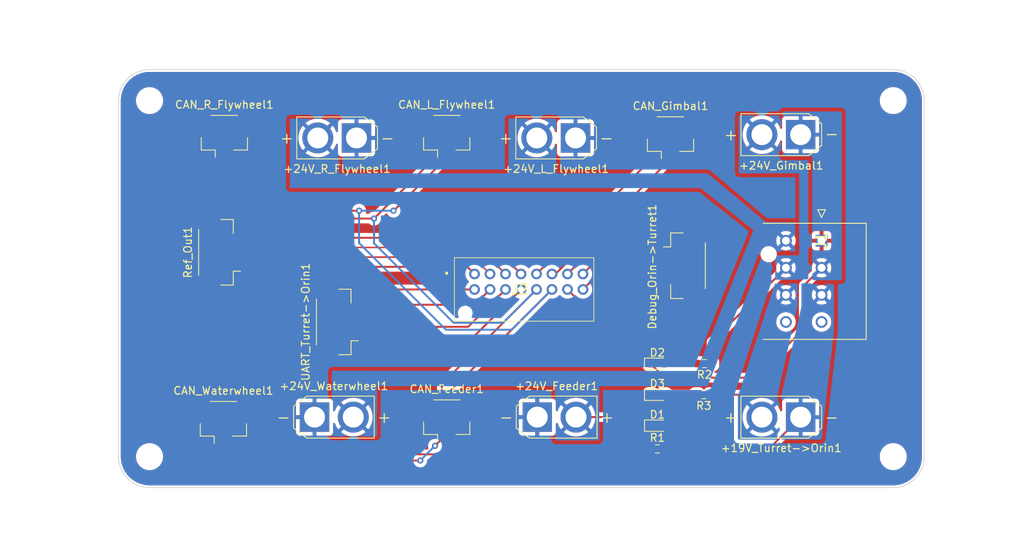
<source format=kicad_pcb>
(kicad_pcb (version 20241229) (generator "pcbnew") (generator_version "9.0")
  (layers (0 "F.Cu" signal) (2 "B.Cu" signal) (13 "F.Paste" user) (15 "B.Paste" user) (5 "F.SilkS" user "F.Silkscreen") (7 "B.SilkS" user "B.Silkscreen") (1 "F.Mask" user) (3 "B.Mask" user) (25 "Edge.Cuts" user))
  (net 0 "")
  (net 1 "/CANH")
  (net 2 "/CANL")
  (net 3 "/UART_TX")
  (net 4 "/UART_RX")
  (net 5 "/Orin_PWR_GND")
  (net 6 "/Shooter_PWR_GND")
  (net 7 "/+24V_Shooter")
  (net 8 "/+24V_Gimbal")
  (net 9 "/+19V")
  (net 10 "/Ref_PWR")
  (net 11 "/Gimbal_PWR_GND")
  (net 12 "/UART_GND")
  (net 13 "/UART_3V3")
  (net 14 "/SWD_GND")
  (net 15 "/SWD_3V3")
  (net 16 "/CANGim_L")
  (net 17 "/CANGim_H")
  (net 18 "/Ref_GND")
  (net 19 "/SWD_SWDIO")
  (net 20 "/SWD_SWCLK")
  (net 21 "Net-(D1-A)")
  (net 22 "Net-(D2-A)")
  (net 23 "Net-(D3-A)")
  (net 26 "/Ref_CAN-")
  (net 27 "/Ref_CAN+")
  (footprint "Connector_JST:JST_GH_BM02B-GHS-TBT_1x02-1MP_P1.25mm_Vertical" (layer "F.Cu") (at 82.814 79.378)
    (property "Reference" "CAN_Feeder1" (at 0 -4 0) (layer "F.SilkS"))
    (property "Value" "Conn_01x02_Pin")
    (fp_line (start -2.985 0.26) (end -2.985 1.86) (stroke (width 0.12)) (layer "F.SilkS"))
    (fp_line (start -2.985 1.86) (end -1.185 1.86) (stroke (width 0.12)) (layer "F.SilkS"))
    (fp_line (start -1.715 -2.61) (end 1.715 -2.61) (stroke (width 0.12)) (layer "F.SilkS"))
    (fp_line (start -1.185 1.86) (end -1.185 2.8) (stroke (width 0.12)) (layer "F.SilkS"))
    (fp_line (start 2.985 0.26) (end 2.985 1.86) (stroke (width 0.12)) (layer "F.SilkS"))
    (fp_line (start 2.985 1.86) (end 1.185 1.86) (stroke (width 0.12)) (layer "F.SilkS"))
    (pad "1" smd roundrect (at -0.625 1.95) (size 0.6 1.7) (layers "F.Cu" "F.Mask" "F.Paste") (net 2 "/CANL"))
    (pad "2" smd roundrect (at 0.625 1.95) (size 0.6 1.7) (layers "F.Cu" "F.Mask" "F.Paste") (net 1 "/CANH"))
    (pad "MP" smd roundrect (at -2.475 -1.4) (size 1 2.8) (layers "F.Cu" "F.Mask" "F.Paste"))
    (pad "MP" smd roundrect (at 2.475 -1.4) (size 1 2.8) (layers "F.Cu" "F.Mask" "F.Paste"))
  )
  (footprint "Robomaster_Connectors:172298-YY08" (layer "F.Cu") (at 131.2 56.200001 -90)
    (property "Reference" "J1" (at 0 0 270) (layer "F.SilkS") (effects (font (size 1.27 1.27) (thickness 0.254))))
    (property "Value" "172298-1108" (hide yes))
    (fp_line (start -2.25 7.555) (end -2.25 -5.755) (stroke (width 0.127)) (layer "F.SilkS"))
    (fp_line (start -4 0.5) (end -4 -0.5) (stroke (width 0.127)) (layer "F.SilkS"))
    (fp_line (start -3 0) (end -4 0.5) (stroke (width 0.127)) (layer "F.SilkS"))
    (fp_line (start -4 -0.5) (end -3 0) (stroke (width 0.127)) (layer "F.SilkS"))
    (fp_line (start -2.25 -5.755) (end 12.75 -5.755) (stroke (width 0.127)) (layer "F.SilkS"))
    (fp_line (start 12.75 -5.755) (end 12.75 7.555) (stroke (width 0.127)) (layer "F.SilkS"))
    (pad "" np_thru_hole circle (at 1.75 6.83 270) (size 1.6 1.6) (drill 1.6) (layers "*.Cu" "*.Mask"))
    (pad "1" thru_hole rect (at 0 0 270) (size 1.52 1.52) (drill 1.02) (layers "*.Cu" "*.Mask") (net 6 "/Shooter_PWR_GND"))
    (pad "2" thru_hole circle (at 3.5 0 270) (size 1.52 1.52) (drill 1.02) (layers "*.Cu" "*.Mask") (net 11 "/Gimbal_PWR_GND"))
    (pad "3" thru_hole circle (at 7 0 270) (size 1.52 1.52) (drill 1.02) (layers "*.Cu" "*.Mask") (net 5 "/Orin_PWR_GND"))
    (pad "4" thru_hole circle (at 10.5 0 270) (size 1.52 1.52) (drill 1.02) (layers "*.Cu" "*.Mask"))
    (pad "5" thru_hole circle (at 0 4.6 270) (size 1.52 1.52) (drill 1.02) (layers "*.Cu" "*.Mask") (net 7 "/+24V_Shooter"))
    (pad "6" thru_hole circle (at 3.5 4.6 270) (size 1.52 1.52) (drill 1.02) (layers "*.Cu" "*.Mask") (net 8 "/+24V_Gimbal"))
    (pad "7" thru_hole circle (at 7 4.6 270) (size 1.52 1.52) (drill 1.02) (layers "*.Cu" "*.Mask") (net 9 "/+19V"))
    (pad "8" thru_hole circle (at 10.5 4.6 270) (size 1.52 1.52) (drill 1.02) (layers "*.Cu" "*.Mask"))
  )
  (footprint "LED_SMD:LED_0603_1608Metric_Pad1.05x0.95mm_HandSolder" (layer "F.Cu") (at 110 80.1)
    (property "Reference" "D1" (at 0 -1.43 0) (layer "F.SilkS"))
    (property "Value" "150060YS75000")
    (fp_line (start -1.66 -0.735) (end -1.66 0.735) (stroke (width 0.12)) (layer "F.SilkS"))
    (fp_line (start -1.66 0.735) (end 0.8 0.735) (stroke (width 0.12)) (layer "F.SilkS"))
    (fp_line (start 0.8 -0.735) (end -1.66 -0.735) (stroke (width 0.12)) (layer "F.SilkS"))
    (pad "1" smd roundrect (at -0.874999 0) (size 1.05 0.95) (layers "F.Cu" "F.Mask" "F.Paste") (net 6 "/Shooter_PWR_GND"))
    (pad "2" smd roundrect (at 0.874999 0) (size 1.05 0.95) (layers "F.Cu" "F.Mask" "F.Paste") (net 21 "Net-(D1-A)"))
  )
  (footprint "Connector_JST:JST_GH_BM02B-GHS-TBT_1x02-1MP_P1.25mm_Vertical" (layer "F.Cu") (at 111.698 42.802)
    (property "Reference" "CAN_Gimbal1" (at 0 -4 0) (layer "F.SilkS"))
    (property "Value" "Conn_01x02_Pin")
    (fp_line (start -2.985 0.26) (end -2.985 1.86) (stroke (width 0.12)) (layer "F.SilkS"))
    (fp_line (start -2.985 1.86) (end -1.185 1.86) (stroke (width 0.12)) (layer "F.SilkS"))
    (fp_line (start -1.715 -2.61) (end 1.715 -2.61) (stroke (width 0.12)) (layer "F.SilkS"))
    (fp_line (start -1.185 1.86) (end -1.185 2.8) (stroke (width 0.12)) (layer "F.SilkS"))
    (fp_line (start 2.985 0.26) (end 2.985 1.86) (stroke (width 0.12)) (layer "F.SilkS"))
    (fp_line (start 2.985 1.86) (end 1.185 1.86) (stroke (width 0.12)) (layer "F.SilkS"))
    (pad "1" smd roundrect (at -0.625 1.95) (size 0.6 1.7) (layers "F.Cu" "F.Mask" "F.Paste") (net 16 "/CANGim_L"))
    (pad "2" smd roundrect (at 0.625 1.95) (size 0.6 1.7) (layers "F.Cu" "F.Mask" "F.Paste") (net 17 "/CANGim_H"))
    (pad "MP" smd roundrect (at -2.475 -1.4) (size 1 2.8) (layers "F.Cu" "F.Mask" "F.Paste"))
    (pad "MP" smd roundrect (at 2.475 -1.4) (size 1 2.8) (layers "F.Cu" "F.Mask" "F.Paste"))
  )
  (footprint "LED_SMD:LED_0603_1608Metric_Pad1.05x0.95mm_HandSolder" (layer "F.Cu") (at 110 72.1)
    (property "Reference" "D2" (at 0 -1.43 0) (layer "F.SilkS"))
    (property "Value" "150060YS75000")
    (fp_line (start -1.66 -0.735) (end -1.66 0.735) (stroke (width 0.12)) (layer "F.SilkS"))
    (fp_line (start -1.66 0.735) (end 0.8 0.735) (stroke (width 0.12)) (layer "F.SilkS"))
    (fp_line (start 0.8 -0.735) (end -1.66 -0.735) (stroke (width 0.12)) (layer "F.SilkS"))
    (pad "1" smd roundrect (at -0.874999 0) (size 1.05 0.95) (layers "F.Cu" "F.Mask" "F.Paste") (net 11 "/Gimbal_PWR_GND"))
    (pad "2" smd roundrect (at 0.874999 0) (size 1.05 0.95) (layers "F.Cu" "F.Mask" "F.Paste") (net 22 "Net-(D2-A)"))
  )
  (footprint "Connector_AMASS:AMASS_XT30U-F_1x02_P5.0mm_Vertical" (layer "F.Cu") (at 71.167 42.926 180)
    (property "Reference" "+24V_R_Flywheel1" (at 2.5 -4 0) (layer "F.SilkS"))
    (property "Value" "Conn_01x02_Pin")
    (fp_line (start 7.71 -2.71) (end 7.71 2.71) (stroke (width 0.12)) (layer "F.SilkS"))
    (fp_line (start -1.01 2.71) (end 7.71 2.71) (stroke (width 0.12)) (layer "F.SilkS"))
    (fp_line (start -1.01 -2.71) (end 7.71 -2.71) (stroke (width 0.12)) (layer "F.SilkS"))
    (fp_line (start -2.71 1.41) (end -1.01 2.71) (stroke (width 0.12)) (layer "F.SilkS"))
    (fp_line (start -2.71 -1.41) (end -1.01 -2.71) (stroke (width 0.12)) (layer "F.SilkS"))
    (fp_line (start -2.71 -1.41) (end -2.71 1.41) (stroke (width 0.12)) (layer "F.SilkS"))
    (fp_text user "+" (at 9 0 0) (layer "F.SilkS") (effects (font (size 1.5 1.5))))
    (fp_text user "-" (at -4 0 0) (layer "F.SilkS") (effects (font (size 1.5 1.5))))
    (pad "1" thru_hole rect (at 0 0 180) (size 3.8 3.8) (drill 2.7) (layers "*.Cu" "*.Mask") (net 6 "/Shooter_PWR_GND"))
    (pad "2" thru_hole circle (at 5 0 180) (size 4 4) (drill 2.7) (layers "*.Cu" "*.Mask") (net 7 "/+24V_Shooter"))
  )
  (footprint "Connector_JST:JST_GH_BM04B-GHS-TBT_1x04-1MP_P1.25mm_Vertical" (layer "F.Cu") (at 113.583 59.436 -90)
    (property "Reference" "Debug_Orin->Turret1" (at 0.127 4.236 90) (layer "F.SilkS"))
    (property "Value" "Conn_01x04_Pin")
    (fp_line (start -4.235 1.86) (end -2.435 1.86) (stroke (width 0.12)) (layer "F.SilkS"))
    (fp_line (start -2.435 1.86) (end -2.435 2.8) (stroke (width 0.12)) (layer "F.SilkS"))
    (fp_line (start 4.235 1.86) (end 2.435 1.86) (stroke (width 0.12)) (layer "F.SilkS"))
    (fp_line (start -4.235 0.26) (end -4.235 1.86) (stroke (width 0.12)) (layer "F.SilkS"))
    (fp_line (start 4.235 0.26) (end 4.235 1.86) (stroke (width 0.12)) (layer "F.SilkS"))
    (fp_line (start -2.965 -2.61) (end 2.965 -2.61) (stroke (width 0.12)) (layer "F.SilkS"))
    (pad "1" smd roundrect (at -1.875 1.95 270) (size 0.6 1.7) (layers "F.Cu" "F.Mask" "F.Paste") (net 14 "/SWD_GND"))
    (pad "2" smd roundrect (at -0.625 1.95 270) (size 0.6 1.7) (layers "F.Cu" "F.Mask" "F.Paste") (net 19 "/SWD_SWDIO"))
    (pad "3" smd roundrect (at 0.625 1.95 270) (size 0.6 1.7) (layers "F.Cu" "F.Mask" "F.Paste") (net 20 "/SWD_SWCLK"))
    (pad "4" smd roundrect (at 1.875 1.95 270) (size 0.6 1.7) (layers "F.Cu" "F.Mask" "F.Paste") (net 15 "/SWD_3V3"))
    (pad "MP" smd roundrect (at -3.725 -1.4 270) (size 1 2.8) (layers "F.Cu" "F.Mask" "F.Paste"))
    (pad "MP" smd roundrect (at 3.725 -1.4 270) (size 1 2.8) (layers "F.Cu" "F.Mask" "F.Paste"))
  )
  (footprint "Connector_JST:JST_GH_BM02B-GHS-TBT_1x02-1MP_P1.25mm_Vertical" (layer "F.Cu") (at 54.112 42.627)
    (property "Reference" "CAN_R_Flywheel1" (at 0 -4 0) (layer "F.SilkS"))
    (property "Value" "Conn_01x02_Pin")
    (fp_line (start -2.985 0.26) (end -2.985 1.86) (stroke (width 0.12)) (layer "F.SilkS"))
    (fp_line (start -2.985 1.86) (end -1.185 1.86) (stroke (width 0.12)) (layer "F.SilkS"))
    (fp_line (start -1.715 -2.61) (end 1.715 -2.61) (stroke (width 0.12)) (layer "F.SilkS"))
    (fp_line (start -1.185 1.86) (end -1.185 2.8) (stroke (width 0.12)) (layer "F.SilkS"))
    (fp_line (start 2.985 0.26) (end 2.985 1.86) (stroke (width 0.12)) (layer "F.SilkS"))
    (fp_line (start 2.985 1.86) (end 1.185 1.86) (stroke (width 0.12)) (layer "F.SilkS"))
    (pad "1" smd roundrect (at -0.625 1.95) (size 0.6 1.7) (layers "F.Cu" "F.Mask" "F.Paste") (net 2 "/CANL"))
    (pad "2" smd roundrect (at 0.625 1.95) (size 0.6 1.7) (layers "F.Cu" "F.Mask" "F.Paste") (net 1 "/CANH"))
    (pad "MP" smd roundrect (at -2.475 -1.4) (size 1 2.8) (layers "F.Cu" "F.Mask" "F.Paste"))
    (pad "MP" smd roundrect (at 2.475 -1.4) (size 1 2.8) (layers "F.Cu" "F.Mask" "F.Paste"))
  )
  (footprint "LED_SMD:LED_0603_1608Metric_Pad1.05x0.95mm_HandSolder" (layer "F.Cu") (at 110 76.1)
    (property "Reference" "D3" (at 0 -1.43 0) (layer "F.SilkS"))
    (property "Value" "150060YS75000")
    (fp_line (start -1.66 -0.735) (end -1.66 0.735) (stroke (width 0.12)) (layer "F.SilkS"))
    (fp_line (start -1.66 0.735) (end 0.8 0.735) (stroke (width 0.12)) (layer "F.SilkS"))
    (fp_line (start 0.8 -0.735) (end -1.66 -0.735) (stroke (width 0.12)) (layer "F.SilkS"))
    (pad "1" smd roundrect (at -0.874999 0) (size 1.05 0.95) (layers "F.Cu" "F.Mask" "F.Paste") (net 5 "/Orin_PWR_GND"))
    (pad "2" smd roundrect (at 0.874999 0) (size 1.05 0.95) (layers "F.Cu" "F.Mask" "F.Paste") (net 23 "Net-(D3-A)"))
  )
  (footprint "MountingHole:MountingHole_3mm" (layer "F.Cu") (at 44.45 38.1 90)
    (property "Reference" "H1" (hide yes))
    (property "Value" "MountingHole" (hide yes))
    (pad "" np_thru_hole circle (at 0 0 90) (size 3 3) (drill 3) (layers "*.Cu" "*.Mask"))
  )
  (footprint "Connector_JST:JST_GH_BM02B-GHS-TBT_1x02-1MP_P1.25mm_Vertical" (layer "F.Cu") (at 53.985 79.584)
    (property "Reference" "CAN_Waterwheel1" (at 0 -4 0) (layer "F.SilkS"))
    (property "Value" "Conn_01x02_Pin")
    (fp_line (start -2.985 0.26) (end -2.985 1.86) (stroke (width 0.12)) (layer "F.SilkS"))
    (fp_line (start -2.985 1.86) (end -1.185 1.86) (stroke (width 0.12)) (layer "F.SilkS"))
    (fp_line (start -1.715 -2.61) (end 1.715 -2.61) (stroke (width 0.12)) (layer "F.SilkS"))
    (fp_line (start -1.185 1.86) (end -1.185 2.8) (stroke (width 0.12)) (layer "F.SilkS"))
    (fp_line (start 2.985 0.26) (end 2.985 1.86) (stroke (width 0.12)) (layer "F.SilkS"))
    (fp_line (start 2.985 1.86) (end 1.185 1.86) (stroke (width 0.12)) (layer "F.SilkS"))
    (pad "1" smd roundrect (at -0.625 1.95) (size 0.6 1.7) (layers "F.Cu" "F.Mask" "F.Paste") (net 2 "/CANL"))
    (pad "2" smd roundrect (at 0.625 1.95) (size 0.6 1.7) (layers "F.Cu" "F.Mask" "F.Paste") (net 1 "/CANH"))
    (pad "MP" smd roundrect (at -2.475 -1.4) (size 1 2.8) (layers "F.Cu" "F.Mask" "F.Paste"))
    (pad "MP" smd roundrect (at 2.475 -1.4) (size 1 2.8) (layers "F.Cu" "F.Mask" "F.Paste"))
  )
  (footprint "Connector_AMASS:AMASS_XT30U-F_1x02_P5.0mm_Vertical" (layer "F.Cu") (at 128.5 42.5 180)
    (property "Reference" "+24V_Gimbal1" (at 2.5 -4 0) (layer "F.SilkS"))
    (property "Value" "Conn_01x02_Pin")
    (fp_line (start 7.71 -2.71) (end 7.71 2.71) (stroke (width 0.12)) (layer "F.SilkS"))
    (fp_line (start -1.01 2.71) (end 7.71 2.71) (stroke (width 0.12)) (layer "F.SilkS"))
    (fp_line (start -1.01 -2.71) (end 7.71 -2.71) (stroke (width 0.12)) (layer "F.SilkS"))
    (fp_line (start -2.71 1.41) (end -1.01 2.71) (stroke (width 0.12)) (layer "F.SilkS"))
    (fp_line (start -2.71 -1.41) (end -1.01 -2.71) (stroke (width 0.12)) (layer "F.SilkS"))
    (fp_line (start -2.71 -1.41) (end -2.71 1.41) (stroke (width 0.12)) (layer "F.SilkS"))
    (fp_text user "+" (at 9 0 0) (layer "F.SilkS") (effects (font (size 1.5 1.5))))
    (fp_text user "-" (at -4.022 0.124 0) (layer "F.SilkS") (effects (font (size 1.5 1.5))))
    (pad "1" thru_hole rect (at 0 0 180) (size 3.8 3.8) (drill 2.7) (layers "*.Cu" "*.Mask") (net 11 "/Gimbal_PWR_GND"))
    (pad "2" thru_hole circle (at 5 0 180) (size 4 4) (drill 2.7) (layers "*.Cu" "*.Mask") (net 8 "/+24V_Gimbal"))
  )
  (footprint "Connector_JST:JST_GH_BM04B-GHS-TBT_1x04-1MP_P1.25mm_Vertical" (layer "F.Cu") (at 53.4 57.7 90)
    (property "Reference" "Ref_Out1" (at 0 -4 90) (layer "F.SilkS"))
    (property "Value" "Conn_01x04_Pin")
    (fp_line (start -2.965 -2.61) (end 2.965 -2.61) (stroke (width 0.12)) (layer "F.SilkS"))
    (fp_line (start 4.235 0.26) (end 4.235 1.86) (stroke (width 0.12)) (layer "F.SilkS"))
    (fp_line (start -4.235 0.26) (end -4.235 1.86) (stroke (width 0.12)) (layer "F.SilkS"))
    (fp_line (start 4.235 1.86) (end 2.435 1.860001) (stroke (width 0.12)) (layer "F.SilkS"))
    (fp_line (start -4.235 1.86) (end -2.435 1.860001) (stroke (width 0.12)) (layer "F.SilkS"))
    (fp_line (start -2.435 1.860001) (end -2.435 2.8) (stroke (width 0.12)) (layer "F.SilkS"))
    (pad "1" smd roundrect (at -1.875 1.95 90) (size 0.6 1.7) (layers "F.Cu" "F.Mask" "F.Paste") (net 18 "/Ref_GND"))
    (pad "2" smd roundrect (at -0.625 1.95 90) (size 0.6 1.7) (layers "F.Cu" "F.Mask" "F.Paste") (net 26 "/Ref_CAN-"))
    (pad "3" smd roundrect (at 0.625 1.95 90) (size 0.6 1.7) (layers "F.Cu" "F.Mask" "F.Paste") (net 27 "/Ref_CAN+"))
    (pad "4" smd roundrect (at 1.875 1.95 90) (size 0.6 1.7) (layers "F.Cu" "F.Mask" "F.Paste") (net 10 "/Ref_PWR"))
    (pad "MP" smd roundrect (at -3.725 -1.4 90) (size 1 2.8) (layers "F.Cu" "F.Mask" "F.Paste"))
    (pad "MP" smd roundrect (at 3.725 -1.4 90) (size 1 2.8) (layers "F.Cu" "F.Mask" "F.Paste"))
  )
  (footprint "Resistor_SMD:R_0603_1608Metric_Pad0.98x0.95mm_HandSolder" (layer "F.Cu") (at 116 76.1 180)
    (property "Reference" "R3" (at 0 -1.43 0) (layer "F.SilkS"))
    (property "Value" "1k")
    (fp_line (start -0.254724 0.5225) (end 0.254724 0.5225) (stroke (width 0.12)) (layer "F.SilkS"))
    (fp_line (start -0.254724 -0.5225) (end 0.254724 -0.5225) (stroke (width 0.12)) (layer "F.SilkS"))
    (pad "1" smd roundrect (at -0.9125 0 180) (size 0.975 0.95) (layers "F.Cu" "F.Mask" "F.Paste") (net 9 "/+19V"))
    (pad "2" smd roundrect (at 0.9125 0 180) (size 0.975 0.95) (layers "F.Cu" "F.Mask" "F.Paste") (net 23 "Net-(D3-A)"))
  )
  (footprint "Connector_AMASS:AMASS_XT30U-F_1x02_P5.0mm_Vertical" (layer "F.Cu") (at 99.441 42.926 180)
    (property "Reference" "+24V_L_Flywheel1" (at 2.5 -4 0) (layer "F.SilkS"))
    (property "Value" "Conn_01x02_Pin")
    (fp_line (start 7.71 -2.71) (end 7.71 2.71) (stroke (width 0.12)) (layer "F.SilkS"))
    (fp_line (start -1.01 2.71) (end 7.71 2.71) (stroke (width 0.12)) (layer "F.SilkS"))
    (fp_line (start -1.01 -2.71) (end 7.71 -2.71) (stroke (width 0.12)) (layer "F.SilkS"))
    (fp_line (start -2.71 1.41) (end -1.01 2.71) (stroke (width 0.12)) (layer "F.SilkS"))
    (fp_line (start -2.71 -1.41) (end -1.01 -2.71) (stroke (width 0.12)) (layer "F.SilkS"))
    (fp_line (start -2.71 -1.41) (end -2.71 1.41) (stroke (width 0.12)) (layer "F.SilkS"))
    (fp_text user "-" (at -4 0 0) (layer "F.SilkS") (effects (font (size 1.5 1.5))))
    (fp_text user "+" (at 9 0 0) (layer "F.SilkS") (effects (font (size 1.5 1.5))))
    (pad "1" thru_hole rect (at 0 0 180) (size 3.8 3.8) (drill 2.7) (layers "*.Cu" "*.Mask") (net 6 "/Shooter_PWR_GND"))
    (pad "2" thru_hole circle (at 5 0 180) (size 4 4) (drill 2.7) (layers "*.Cu" "*.Mask") (net 7 "/+24V_Shooter"))
  )
  (footprint "MountingHole:MountingHole_3mm" (layer "F.Cu") (at 140.45 38.1 90)
    (property "Reference" "H4" (hide yes))
    (property "Value" "MountingHole" (hide yes))
    (pad "" np_thru_hole circle (at 0 0 90) (size 3 3) (drill 3) (layers "*.Cu" "*.Mask"))
  )
  (footprint "Resistor_SMD:R_0603_1608Metric_Pad0.98x0.95mm_HandSolder" (layer "F.Cu") (at 110 83.1)
    (property "Reference" "R1" (at 0 -1.43 0) (layer "F.SilkS"))
    (property "Value" "1k")
    (fp_line (start -0.254724 -0.5225) (end 0.254724 -0.5225) (stroke (width 0.12)) (layer "F.SilkS"))
    (fp_line (start -0.254724 0.5225) (end 0.254724 0.5225) (stroke (width 0.12)) (layer "F.SilkS"))
    (pad "1" smd roundrect (at -0.9125 0) (size 0.975 0.95) (layers "F.Cu" "F.Mask" "F.Paste") (net 7 "/+24V_Shooter"))
    (pad "2" smd roundrect (at 0.9125 0) (size 0.975 0.95) (layers "F.Cu" "F.Mask" "F.Paste") (net 21 "Net-(D1-A)"))
  )
  (footprint "MountingHole:MountingHole_3mm" (layer "F.Cu") (at 140.45 84.1 90)
    (property "Reference" "H3" (hide yes))
    (property "Value" "MountingHole" (hide yes))
    (pad "" np_thru_hole circle (at 0 0 90) (size 3 3) (drill 3) (layers "*.Cu" "*.Mask"))
  )
  (footprint "Connector_AMASS:AMASS_XT30U-F_1x02_P5.0mm_Vertical" (layer "F.Cu") (at 128.5 79 180)
    (property "Reference" "+19V_Turret->Orin1" (at 2.5 -4 0) (layer "F.SilkS"))
    (property "Value" "Conn_01x02_Pin")
    (fp_line (start 7.71 -2.71) (end 7.71 2.71) (stroke (width 0.12)) (layer "F.SilkS"))
    (fp_line (start -1.01 2.71) (end 7.71 2.71) (stroke (width 0.12)) (layer "F.SilkS"))
    (fp_line (start -1.01 -2.71) (end 7.71 -2.71) (stroke (width 0.12)) (layer "F.SilkS"))
    (fp_line (start -2.71 1.41) (end -1.01 2.71) (stroke (width 0.12)) (layer "F.SilkS"))
    (fp_line (start -2.71 -1.41) (end -1.01 -2.71) (stroke (width 0.12)) (layer "F.SilkS"))
    (fp_line (start -2.71 -1.41) (end -2.71 1.41) (stroke (width 0.12)) (layer "F.SilkS"))
    (fp_text user "-" (at -4 0 0) (layer "F.SilkS") (effects (font (size 1.5 1.5))))
    (fp_text user "+" (at 9 0 0) (layer "F.SilkS") (effects (font (size 1.5 1.5))))
    (pad "1" thru_hole rect (at 0 0 180) (size 3.8 3.8) (drill 2.7) (layers "*.Cu" "*.Mask") (net 5 "/Orin_PWR_GND"))
    (pad "2" thru_hole circle (at 5 0 180) (size 4 4) (drill 2.7) (layers "*.Cu" "*.Mask") (net 9 "/+19V"))
  )
  (footprint "Connector_AMASS:AMASS_XT30U-F_1x02_P5.0mm_Vertical" (layer "F.Cu") (at 65.75 78.994)
    (property "Reference" "+24V_Waterwheel1" (at 2.5 -4 0) (layer "F.SilkS"))
    (property "Value" "Conn_01x02_Pin")
    (fp_line (start -2.71 -1.41) (end -2.71 1.41) (stroke (width 0.12)) (layer "F.SilkS"))
    (fp_line (start -2.71 -1.41) (end -1.01 -2.71) (stroke (width 0.12)) (layer "F.SilkS"))
    (fp_line (start -2.71 1.41) (end -1.01 2.71) (stroke (width 0.12)) (layer "F.SilkS"))
    (fp_line (start -1.01 -2.71) (end 7.71 -2.71) (stroke (width 0.12)) (layer "F.SilkS"))
    (fp_line (start -1.01 2.71) (end 7.71 2.71) (stroke (width 0.12)) (layer "F.SilkS"))
    (fp_line (start 7.71 -2.71) (end 7.71 2.71) (stroke (width 0.12)) (layer "F.SilkS"))
    (fp_text user "+" (at 9 0 0) (layer "F.SilkS") (effects (font (size 1.5 1.5))))
    (fp_text user "-" (at -4 0 0) (layer "F.SilkS") (effects (font (size 1.5 1.5))))
    (pad "1" thru_hole rect (at 0 0) (size 3.8 3.8) (drill 2.7) (layers "*.Cu" "*.Mask") (net 6 "/Shooter_PWR_GND"))
    (pad "2" thru_hole circle (at 5 0) (size 4 4) (drill 2.7) (layers "*.Cu" "*.Mask") (net 7 "/+24V_Shooter"))
  )
  (footprint "Connector_AMASS:AMASS_XT30U-F_1x02_P5.0mm_Vertical" (layer "F.Cu") (at 94.5 78.994)
    (property "Reference" "+24V_Feeder1" (at 2.5 -4 0) (layer "F.SilkS"))
    (property "Value" "Conn_01x02_Pin")
    (fp_line (start -2.71 -1.41) (end -2.71 1.41) (stroke (width 0.12)) (layer "F.SilkS"))
    (fp_line (start -2.71 -1.41) (end -1.01 -2.71) (stroke (width 0.12)) (layer "F.SilkS"))
    (fp_line (start -2.71 1.41) (end -1.01 2.71) (stroke (width 0.12)) (layer "F.SilkS"))
    (fp_line (start -1.01 -2.71) (end 7.71 -2.71) (stroke (width 0.12)) (layer "F.SilkS"))
    (fp_line (start -1.01 2.71) (end 7.71 2.71) (stroke (width 0.12)) (layer "F.SilkS"))
    (fp_line (start 7.71 -2.71) (end 7.71 2.71) (stroke (width 0.12)) (layer "F.SilkS"))
    (fp_text user "-" (at -4 0 0) (layer "F.SilkS") (effects (font (size 1.5 1.5))))
    (fp_text user "+" (at 9 0 0) (layer "F.SilkS") (effects (font (size 1.5 1.5))))
    (pad "1" thru_hole rect (at 0 0) (size 3.8 3.8) (drill 2.7) (layers "*.Cu" "*.Mask") (net 6 "/Shooter_PWR_GND"))
    (pad "2" thru_hole circle (at 5 0) (size 4 4) (drill 2.7) (layers "*.Cu" "*.Mask") (net 7 "/+24V_Shooter"))
  )
  (footprint "Resistor_SMD:R_0603_1608Metric_Pad0.98x0.95mm_HandSolder" (layer "F.Cu") (at 116.0875 72.08 180)
    (property "Reference" "R2" (at 0 -1.43 0) (layer "F.SilkS"))
    (property "Value" "1k")
    (fp_line (start -0.254724 0.5225) (end 0.254724 0.5225) (stroke (width 0.12)) (layer "F.SilkS"))
    (fp_line (start -0.254724 -0.5225) (end 0.254724 -0.5225) (stroke (width 0.12)) (layer "F.SilkS"))
    (pad "1" smd roundrect (at -0.9125 0 180) (size 0.975 0.95) (layers "F.Cu" "F.Mask" "F.Paste") (net 8 "/+24V_Gimbal"))
    (pad "2" smd roundrect (at 0.9125 0 180) (size 0.975 0.95) (layers "F.Cu" "F.Mask" "F.Paste") (net 22 "Net-(D2-A)"))
  )
  (footprint "Connector_JST:JST_GH_BM02B-GHS-TBT_1x02-1MP_P1.25mm_Vertical" (layer "F.Cu") (at 82.814 42.627)
    (property "Reference" "CAN_L_Flywheel1" (at 0 -4 0) (layer "F.SilkS"))
    (property "Value" "Conn_01x02_Pin")
    (fp_line (start -2.985 0.26) (end -2.985 1.86) (stroke (width 0.12)) (layer "F.SilkS"))
    (fp_line (start -2.985 1.86) (end -1.185 1.86) (stroke (width 0.12)) (layer "F.SilkS"))
    (fp_line (start -1.715 -2.61) (end 1.715 -2.61) (stroke (width 0.12)) (layer "F.SilkS"))
    (fp_line (start -1.185 1.86) (end -1.185 2.8) (stroke (width 0.12)) (layer "F.SilkS"))
    (fp_line (start 2.985 0.26) (end 2.985 1.86) (stroke (width 0.12)) (layer "F.SilkS"))
    (fp_line (start 2.985 1.86) (end 1.185 1.86) (stroke (width 0.12)) (layer "F.SilkS"))
    (pad "1" smd roundrect (at -0.625 1.95) (size 0.6 1.7) (layers "F.Cu" "F.Mask" "F.Paste") (net 2 "/CANL"))
    (pad "2" smd roundrect (at 0.625 1.95) (size 0.6 1.7) (layers "F.Cu" "F.Mask" "F.Paste") (net 1 "/CANH"))
    (pad "MP" smd roundrect (at -2.475 -1.4) (size 1 2.8) (layers "F.Cu" "F.Mask" "F.Paste"))
    (pad "MP" smd roundrect (at 2.475 -1.4) (size 1 2.8) (layers "F.Cu" "F.Mask" "F.Paste"))
  )
  (footprint "Robomaster_Connectors:5016451620" (layer "F.Cu") (at 92.25 62.5)
    (property "Reference" "J2" (at 0 0 0) (layer "F.SilkS") (effects (font (size 1.27 1.27) (thickness 0.254))))
    (property "Value" "501645-1620" (hide yes))
    (fp_line (start -9.45 -2.2) (end -9.45 -2.2) (stroke (width 0.2)) (layer "F.SilkS"))
    (fp_line (start -9.45 -2) (end -9.45 -2) (stroke (width 0.2)) (layer "F.SilkS"))
    (fp_line (start -8.45 -4.1) (end 9.55 -4.1) (stroke (width 0.1)) (layer "F.SilkS"))
    (fp_line (start -8.45 4.1) (end -8.45 -4.1) (stroke (width 0.1)) (layer "F.SilkS"))
    (fp_line (start 9.55 -4.1) (end 9.55 4.1) (stroke (width 0.1)) (layer "F.SilkS"))
    (fp_line (start 9.55 4.1) (end -8.45 4.1) (stroke (width 0.1)) (layer "F.SilkS"))
    (fp_arc (start -9.45 -2.2) (mid -9.35 -2.1) (end -9.45 -2) (stroke (width 0.2)) (layer "F.SilkS"))
    (fp_arc (start -9.45 -2) (mid -9.55 -2.1) (end -9.45 -2.2) (stroke (width 0.2)) (layer "F.SilkS"))
    (pad "" np_thru_hole circle (at -7.05 3.05) (size 1.4 1.4) (drill 1.4) (layers "*.Cu" "*.Mask"))
    (pad "1" thru_hole circle (at -5.85 -2) (size 1.381 1.381) (drill 0.85) (layers "*.Cu" "*.Mask") (net 18 "/Ref_GND"))
    (pad "2" thru_hole circle (at -5.85 0) (size 1.381 1.381) (drill 0.85) (layers "*.Cu" "*.Mask") (net 13 "/UART_3V3"))
    (pad "3" thru_hole circle (at -3.85 -2) (size 1.381 1.381) (drill 0.85) (layers "*.Cu" "*.Mask") (net 26 "/Ref_CAN-"))
    (pad "4" thru_hole circle (at -3.85 0) (size 1.381 1.381) (drill 0.85) (layers "*.Cu" "*.Mask") (net 4 "/UART_RX"))
    (pad "5" thru_hole circle (at -1.85 -2) (size 1.381 1.381) (drill 0.85) (layers "*.Cu" "*.Mask") (net 27 "/Ref_CAN+"))
    (pad "6" thru_hole circle (at -1.85 0) (size 1.381 1.381) (drill 0.85) (layers "*.Cu" "*.Mask") (net 3 "/UART_TX"))
    (pad "7" thru_hole circle (at 0.15 -2) (size 1.381 1.381) (drill 0.85) (layers "*.Cu" "*.Mask") (net 10 "/Ref_PWR"))
    (pad "8" thru_hole circle (at 0.15 0) (size 1.381 1.381) (drill 0.85) (layers "*.Cu" "*.Mask") (net 12 "/UART_GND"))
    (pad "9" thru_hole circle (at 2.15 -2) (size 1.381 1.381) (drill 0.85) (layers "*.Cu" "*.Mask") (net 16 "/CANGim_L"))
    (pad "10" thru_hole circle (at 2.15 0) (size 1.381 1.381) (drill 0.85) (layers "*.Cu" "*.Mask") (net 2 "/CANL"))
    (pad "11" thru_hole circle (at 4.15 -2) (size 1.381 1.381) (drill 0.85) (layers "*.Cu" "*.Mask") (net 17 "/CANGim_H"))
    (pad "12" thru_hole circle (at 4.15 0) (size 1.381 1.381) (drill 0.85) (layers "*.Cu" "*.Mask") (net 1 "/CANH"))
    (pad "13" thru_hole circle (at 6.15 -2) (size 1.381 1.381) (drill 0.85) (layers "*.Cu" "*.Mask") (net 14 "/SWD_GND"))
    (pad "14" thru_hole circle (at 6.15 0) (size 1.381 1.381) (drill 0.85) (layers "*.Cu" "*.Mask") (net 15 "/SWD_3V3"))
    (pad "15" thru_hole circle (at 8.15 -2) (size 1.381 1.381) (drill 0.85) (layers "*.Cu" "*.Mask") (net 19 "/SWD_SWDIO"))
    (pad "16" thru_hole circle (at 8.15 0) (size 1.381 1.381) (drill 0.85) (layers "*.Cu" "*.Mask") (net 20 "/SWD_SWCLK"))
  )
  (footprint "Connector_JST:JST_GH_BM04B-GHS-TBT_1x04-1MP_P1.25mm_Vertical" (layer "F.Cu") (at 68.6 66.7 90)
    (property "Reference" "UART_Turret->Orin1" (at 0 -4 90) (layer "F.SilkS"))
    (property "Value" "Conn_01x04_Pin")
    (fp_line (start -2.965 -2.61) (end 2.965 -2.61) (stroke (width 0.12)) (layer "F.SilkS"))
    (fp_line (start 4.235 0.26) (end 4.235 1.86) (stroke (width 0.12)) (layer "F.SilkS"))
    (fp_line (start -4.235 0.26) (end -4.235 1.86) (stroke (width 0.12)) (layer "F.SilkS"))
    (fp_line (start 4.235 1.86) (end 2.435 1.860001) (stroke (width 0.12)) (layer "F.SilkS"))
    (fp_line (start -4.235 1.86) (end -2.435 1.860001) (stroke (width 0.12)) (layer "F.SilkS"))
    (fp_line (start -2.435 1.860001) (end -2.435 2.8) (stroke (width 0.12)) (layer "F.SilkS"))
    (pad "1" smd roundrect (at -1.875 1.95 90) (size 0.6 1.7) (layers "F.Cu" "F.Mask" "F.Paste") (net 12 "/UART_GND"))
    (pad "2" smd roundrect (at -0.625 1.95 90) (size 0.6 1.7) (layers "F.Cu" "F.Mask" "F.Paste") (net 3 "/UART_TX"))
    (pad "3" smd roundrect (at 0.625 1.95 90) (size 0.6 1.7) (layers "F.Cu" "F.Mask" "F.Paste") (net 4 "/UART_RX"))
    (pad "4" smd roundrect (at 1.875 1.95 90) (size 0.6 1.7) (layers "F.Cu" "F.Mask" "F.Paste") (net 13 "/UART_3V3"))
    (pad "MP" smd roundrect (at -3.725 -1.4 90) (size 1 2.8) (layers "F.Cu" "F.Mask" "F.Paste"))
    (pad "MP" smd roundrect (at 3.725 -1.4 90) (size 1 2.8) (layers "F.Cu" "F.Mask" "F.Paste"))
  )
  (footprint "MountingHole:MountingHole_3mm" (layer "F.Cu") (at 44.45 84.1 90)
    (property "Reference" "H2" (hide yes))
    (property "Value" "MountingHole" (hide yes))
    (pad "" np_thru_hole circle (at 0 0 90) (size 3 3) (drill 3) (layers "*.Cu" "*.Mask"))
  )
  (gr_line (start 40.45 84.1) (end 40.45 38.1) (stroke (width 0.1)) (layer "Edge.Cuts"))
  (gr_line (start 144.45 38.1) (end 144.45 84.1) (stroke (width 0.1)) (layer "Edge.Cuts"))
  (gr_arc (start 40.45 38.1) (mid 41.621573 35.271573) (end 44.45 34.1) (stroke (width 0.1)) (layer "Edge.Cuts"))
  (gr_line (start 140.45 88.1) (end 44.45 88.1) (stroke (width 0.1)) (layer "Edge.Cuts"))
  (gr_line (start 44.45 34.1) (end 140.45 34.1) (stroke (width 0.1)) (layer "Edge.Cuts"))
  (gr_arc (start 144.45 84.1) (mid 143.278427 86.928427) (end 140.45 88.1) (stroke (width 0.1)) (layer "Edge.Cuts"))
  (gr_arc (start 44.45 88.1) (mid 41.621573 86.928427) (end 40.45 84.1) (stroke (width 0.1)) (layer "Edge.Cuts"))
  (gr_arc (start 140.45 34.1) (mid 143.278427 35.271573) (end 144.45 38.1) (stroke (width 0.1)) (layer "Edge.Cuts"))
  (segment (start 83.439 44.852908) (end 83.439 44.577) (width 0.25) (layer "F.Cu") (net 1))
  (segment (start 54.61 81.534) (end 56.876 83.8) (width 0.25) (layer "F.Cu") (net 1))
  (segment (start 56.876 83.8) (end 81.935 83.8) (width 0.25) (layer "F.Cu") (net 1))
  (segment (start 81.935 83.8) (end 83.439 82.296) (width 0.25) (layer "F.Cu") (net 1))
  (segment (start 83.439 75.461) (end 96.4 62.5) (width 0.25) (layer "F.Cu") (net 1))
  (segment (start 83.439 81.328) (end 83.439 75.461) (width 0.25) (layer "F.Cu") (net 1))
  (segment (start 75.967908 52.324) (end 83.439 44.852908) (width 0.25) (layer "F.Cu") (net 1))
  (segment (start 62.23 52.324) (end 71.5 52.324) (width 0.25) (layer "F.Cu") (net 1))
  (segment (start 83.491 44.779) (end 83.491 44.498) (width 0.25) (layer "F.Cu") (net 1))
  (segment (start 83.439 44.5482) (end 83.4472 44.54) (width 0.25) (layer "F.Cu") (net 1))
  (segment (start 83.439 82.296) (end 83.439 81.328) (width 0.25) (layer "F.Cu") (net 1))
  (segment (start 54.59 44.54) (end 54.59 44.684) (width 0.25) (layer "F.Cu") (net 1))
  (segment (start 54.59 44.684) (end 62.23 52.324) (width 0.25) (layer "F.Cu") (net 1))
  (segment (start 75.946 52.324) (end 75.967908 52.324) (width 0.25) (layer "F.Cu") (net 1))
  (via (at 71.5 52.324) (size 0.8) (drill 0.4) (layers "F.Cu" "B.Cu") (net 1))
  (via (at 75.946 52.324) (size 0.8) (drill 0.4) (layers "F.Cu" "B.Cu") (net 1))
  (segment (start 71.5 56.5) (end 82.7 67.7) (width 0.25) (layer "B.Cu") (net 1))
  (segment (start 91.2 67.7) (end 96.4 62.5) (width 0.25) (layer "B.Cu") (net 1))
  (segment (start 71.5 52.324) (end 71.5 56.5) (width 0.25) (layer "B.Cu") (net 1))
  (segment (start 82.7 67.7) (end 91.2 67.7) (width 0.25) (layer "B.Cu") (net 1))
  (segment (start 75.946 52.324) (end 71.5 52.324) (width 0.25) (layer "B.Cu") (net 1))
  (segment (start 53.487 45.426999) (end 61.400001 53.34) (width 0.25) (layer "F.Cu") (net 2))
  (segment (start 82.189 81.328) (end 82.189 81.811) (width 0.25) (layer "F.Cu") (net 2))
  (segment (start 61.400001 53.34) (end 73.426 53.34) (width 0.25) (layer "F.Cu") (net 2))
  (segment (start 53.487 44.577) (end 53.487 45.426999) (width 0.25) (layer "F.Cu") (net 2))
  (segment (start 82.189 81.811) (end 81.3 82.7) (width 0.25) (layer "F.Cu") (net 2))
  (segment (start 53.36 81.534) (end 53.36 82.383999) (width 0.25) (layer "F.Cu") (net 2))
  (segment (start 53.36 82.383999) (end 55.576005 84.600004) (width 0.25) (layer "F.Cu") (net 2))
  (segment (start 53.34 81.327) (end 53.34 81.84) (width 0.25) (layer "F.Cu") (net 2))
  (segment (start 55.576005 84.600004) (end 79.4 84.600004) (width 0.25) (layer "F.Cu") (net 2))
  (segment (start 82.189 44.577) (end 73.426 53.34) (width 0.25) (layer "F.Cu") (net 2))
  (segment (start 82.189 74.711) (end 82.189 81.328) (width 0.25) (layer "F.Cu") (net 2))
  (segment (start 94.4 62.5) (end 82.189 74.711) (width 0.25) (layer "F.Cu") (net 2))
  (via (at 73.426 53.34) (size 0.8) (drill 0.4) (layers "F.Cu" "B.Cu") (net 2))
  (via (at 81.3 82.7) (size 0.8) (drill 0.4) (layers "F.Cu" "B.Cu") (net 2))
  (via (at 79.4 84.600004) (size 0.8) (drill 0.4) (layers "F.Cu" "B.Cu") (net 2))
  (segment (start 79.4 84.6) (end 81.3 82.7) (width 0.25) (layer "B.Cu") (net 2))
  (segment (start 79.4 84.600004) (end 79.4 84.6) (width 0.25) (layer "B.Cu") (net 2))
  (segment (start 73.426 56.526) (end 83.7 66.8) (width 0.25) (layer "B.Cu") (net 2))
  (segment (start 83.7 66.8) (end 90.1 66.8) (width 0.25) (layer "B.Cu") (net 2))
  (segment (start 90.1 66.8) (end 94.4 62.5) (width 0.25) (layer "B.Cu") (net 2))
  (segment (start 73.426 53.34) (end 73.426 56.526) (width 0.25) (layer "B.Cu") (net 2))
  (segment (start 70.55 67.325) (end 85.575 67.325) (width 0.25) (layer "F.Cu") (net 3))
  (segment (start 85.575 67.325) (end 90.4 62.5) (width 0.25) (layer "F.Cu") (net 3))
  (segment (start 73.003999 64.471) (end 71.399999 66.075) (width 0.25) (layer "F.Cu") (net 4))
  (segment (start 88.4 62.5) (end 86.429 64.471) (width 0.25) (layer "F.Cu") (net 4))
  (segment (start 86.429 64.471) (end 73.003999 64.471) (width 0.25) (layer "F.Cu") (net 4))
  (segment (start 71.399999 66.075) (end 70.55 66.075) (width 0.25) (layer "F.Cu") (net 4))
  (segment (start 109.125001 76.1) (end 109.125001 76.125001) (width 0.25) (layer "F.Cu") (net 5))
  (segment (start 115.7 82.7) (end 124.8 82.7) (width 0.25) (layer "F.Cu") (net 5))
  (segment (start 124.8 82.7) (end 128.5 79) (width 0.25) (layer "F.Cu") (net 5))
  (segment (start 109.125001 76.125001) (end 115.7 82.7) (width 0.25) (layer "F.Cu") (net 5))
  (segment (start 99.5 78.994) (end 104.9815 78.994) (width 0.25) (layer "F.Cu") (net 7))
  (segment (start 104.9815 78.994) (end 109.0875 83.1) (width 0.25) (layer "F.Cu") (net 7))
  (segment (start 117 69.300001) (end 126.6 59.700001) (width 0.25) (layer "F.Cu") (net 8))
  (segment (start 117 72.08) (end 117 69.300001) (width 0.25) (layer "F.Cu") (net 8))
  (segment (start 116.9125 76.1) (end 120.6 76.1) (width 0.25) (layer "F.Cu") (net 9))
  (segment (start 120.6 76.1) (end 123.5 79) (width 0.25) (layer "F.Cu") (net 9))
  (segment (start 55.35 55.825) (end 87.725 55.825) (width 0.25) (layer "F.Cu") (net 10))
  (segment (start 87.725 55.825) (end 92.4 60.5) (width 0.25) (layer "F.Cu") (net 10))
  (segment (start 109.125001 72.1) (end 110.925001 73.9) (width 0.25) (layer "F.Cu") (net 11))
  (segment (start 128.9 67.6) (end 128.9 62.000001) (width 0.25) (layer "F.Cu") (net 11))
  (segment (start 110.925001 73.9) (end 122.6 73.9) (width 0.25) (layer "F.Cu") (net 11))
  (segment (start 128.9 62.000001) (end 131.2 59.700001) (width 0.25) (layer "F.Cu") (net 11))
  (segment (start 122.6 73.9) (end 128.9 67.6) (width 0.25) (layer "F.Cu") (net 11))
  (segment (start 86.325 68.575) (end 92.4 62.5) (width 0.25) (layer "F.Cu") (net 12))
  (segment (start 70.55 68.575) (end 86.325 68.575) (width 0.25) (layer "F.Cu") (net 12))
  (segment (start 72.875 62.5) (end 70.55 64.825) (width 0.25) (layer "F.Cu") (net 13))
  (segment (start 86.4 62.5) (end 72.875 62.5) (width 0.25) (layer "F.Cu") (net 13))
  (segment (start 101.339 57.561) (end 98.4 60.5) (width 0.25) (layer "F.Cu") (net 14))
  (segment (start 111.633 57.561) (end 101.339 57.561) (width 0.25) (layer "F.Cu") (net 14))
  (segment (start 111.633 61.311) (end 103.689 61.311) (width 0.25) (layer "F.Cu") (net 15))
  (segment (start 99.9 64) (end 98.4 62.5) (width 0.25) (layer "F.Cu") (net 15))
  (segment (start 101 64) (end 99.9 64) (width 0.25) (layer "F.Cu") (net 15))
  (segment (start 103.689 61.311) (end 101 64) (width 0.25) (layer "F.Cu") (net 15))
  (segment (start 110.148 44.752) (end 111.073 44.752) (width 0.25) (layer "F.Cu") (net 16))
  (segment (start 94.4 60.5) (end 110.148 44.752) (width 0.25) (layer "F.Cu") (net 16))
  (segment (start 110.998 44.5964) (end 111.0544 44.54) (width 0.25) (layer "F.Cu") (net 16))
  (segment (start 96.850908 60.5) (end 96.4 60.5) (width 0.25) (layer "F.Cu") (net 17))
  (segment (start 112.323 45.027908) (end 96.850908 60.5) (width 0.25) (layer "F.Cu") (net 17))
  (segment (start 112.323 44.752) (end 112.323 45.027908) (width 0.25) (layer "F.Cu") (net 17))
  (segment (start 85.475 59.575) (end 86.4 60.5) (width 0.25) (layer "F.Cu") (net 18))
  (segment (start 55.35 59.575) (end 85.475 59.575) (width 0.25) (layer "F.Cu") (net 18))
  (segment (start 102.089 58.811) (end 100.4 60.5) (width 0.25) (layer "F.Cu") (net 19))
  (segment (start 111.633 58.967) (end 111.6 59) (width 0.25) (layer "F.Cu") (net 19))
  (segment (start 111.633 58.811) (end 111.633 58.967) (width 0.25) (layer "F.Cu") (net 19))
  (segment (start 111.633 58.811) (end 102.089 58.811) (width 0.25) (layer "F.Cu") (net 19))
  (segment (start 111.633 60.061) (end 102.839 60.061) (width 0.25) (layer "F.Cu") (net 20))
  (segment (start 102.839 60.061) (end 100.4 62.5) (width 0.25) (layer "F.Cu") (net 20))
  (segment (start 110.9125 80.137501) (end 110.874999 80.1) (width 0.25) (layer "F.Cu") (net 21))
  (segment (start 110.9125 83.1) (end 110.9125 80.137501) (width 0.25) (layer "F.Cu") (net 21))
  (segment (start 110.894999 72.08) (end 110.874999 72.1) (width 0.25) (layer "F.Cu") (net 22))
  (segment (start 115.175 72.08) (end 110.894999 72.08) (width 0.25) (layer "F.Cu") (net 22))
  (segment (start 110.874999 76.1) (end 115.0875 76.1) (width 0.25) (layer "F.Cu") (net 23))
  (segment (start 55.35 58.325) (end 86.225 58.325) (width 0.2) (layer "F.Cu") (net 26))
  (segment (start 86.225 58.325) (end 88.4 60.5) (width 0.2) (layer "F.Cu") (net 26))
  (segment (start 86.975 57.075) (end 90.4 60.5) (width 0.2) (layer "F.Cu") (net 27))
  (segment (start 55.35 57.075) (end 86.975 57.075) (width 0.2) (layer "F.Cu") (net 27))
  (zone (net 6) (net_name "/Shooter_PWR_GND") (layers "F.Cu" "B.Cu") (connect_pads (clearance 0.5)) (min_thickness 0.25) (fill yes (thermal_gap 0.5) (thermal_bridge_width 0.5))
    (polygon (pts (xy 40.386 34.036) (xy 144.526 34.036) (xy 144.526 88.138) (xy 40.386 88.138)))
  )
  (zone (net 7) (net_name "/+24V_Shooter") (layer "B.Cu") (priority 4) (connect_pads (clearance 0.5)) (min_thickness 0.25) (fill yes (thermal_gap 0.5) (thermal_bridge_width 0.5))
    (polygon (pts (xy 123.702 54.491) (xy 122.559 54.491) (xy 115.066 73.033) (xy 68.004 73) (xy 68.004 81.5) (xy 73.804 81.5) (xy 73.804 75) (xy 96.8 75) (xy 96.8 82) (xy 102.5 82) (xy 102.5 75) (xy 116.5 75) (xy 123.702 56.269)))
  )
  (zone (net 8) (net_name "/+24V_Gimbal") (layer "B.Cu") (priority 3) (connect_pads (clearance 0.5)) (min_thickness 0.25) (fill yes (thermal_gap 0.5) (thermal_bridge_width 0.5))
    (polygon (pts (xy 125.2 58.1) (xy 125.222 61.2394) (xy 130 61.2394) (xy 130 45.5) (xy 126 45.5) (xy 126 40) (xy 120.5 40) (xy 120.5 47.5) (xy 128.3 47.5) (xy 128.3 58.1)))
  )
  (zone (net 6) (net_name "/Shooter_PWR_GND") (layer "B.Cu") (connect_pads (clearance 0.5)) (min_thickness 0.25) (fill yes (thermal_gap 0.5) (thermal_bridge_width 0.5))
    (polygon (pts (xy 40.386 34.036) (xy 144.526 34.036) (xy 144.526 88.138) (xy 40.386 88.138)))
  )
  (zone (net 11) (net_name "/Gimbal_PWR_GND") (layer "B.Cu") (priority 6) (connect_pads (clearance 0.5)) (min_thickness 0.25) (fill yes (thermal_gap 0.5) (thermal_bridge_width 0.5))
    (polygon (pts (xy 130 61.3) (xy 133.8 61.3) (xy 133.8 39.5) (xy 126.2 39.5) (xy 126.2 45.3) (xy 130 45.3)))
  )
  (zone (net 7) (net_name "/+24V_Shooter") (layer "B.Cu") (priority 2) (connect_pads (clearance 0.5)) (min_thickness 0.25) (fill yes (thermal_gap 0.5) (thermal_bridge_width 0.5))
    (polygon (pts (xy 128.1176 53.8) (xy 128.1176 58) (xy 122.6 58) (xy 122.6 54.991) (xy 115.57 49.403) (xy 62.567 49.403) (xy 62.567 40.426) (xy 68.812 40.426) (xy 68.9 47.5) (xy 90.796 47.5) (xy 90.796 40.426) (xy 96.941 40.426) (xy 96.941 47.5) (xy 116.5 47.5) (xy 124 53.8)))
  )
  (zone (net 5) (net_name "/Orin_PWR_GND") (layer "B.Cu") (priority 5) (connect_pads (clearance 0.5)) (min_thickness 0.25) (fill yes (thermal_gap 0.5) (thermal_bridge_width 0.5))
    (polygon (pts (xy 128.6 61.7) (xy 132.8 61.7) (xy 132.8 67.8) (xy 131.2 81.9) (xy 126 81.9) (xy 126 76.3) (xy 128.6 64.7)))
  )
  (zone (net 9) (net_name "/+19V") (layer "B.Cu") (priority 1) (connect_pads (clearance 0.5)) (min_thickness 0.25) (fill yes (thermal_gap 0.5) (thermal_bridge_width 0.5))
    (polygon (pts (xy 125.2 61.7) (xy 120.4 76.3) (xy 120.4 81.9) (xy 125.8 81.9) (xy 125.8 76.3) (xy 128.1 64.5) (xy 128.1 61.7)))
  )
)
</source>
